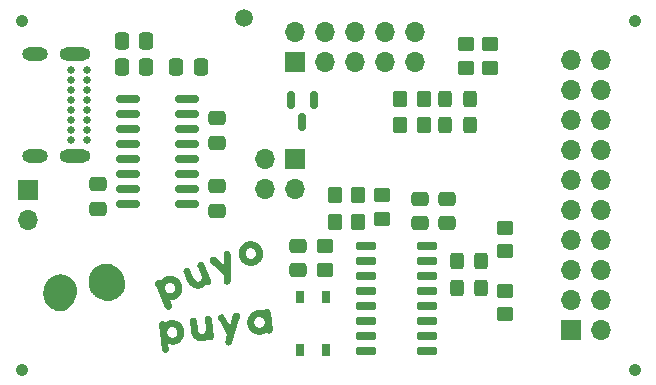
<source format=gbr>
%TF.GenerationSoftware,KiCad,Pcbnew,7.0.6*%
%TF.CreationDate,2023-07-24T13:39:50-06:00*%
%TF.ProjectId,PuyoPuya,5075796f-5075-4796-912e-6b696361645f,rev?*%
%TF.SameCoordinates,Original*%
%TF.FileFunction,Soldermask,Top*%
%TF.FilePolarity,Negative*%
%FSLAX46Y46*%
G04 Gerber Fmt 4.6, Leading zero omitted, Abs format (unit mm)*
G04 Created by KiCad (PCBNEW 7.0.6) date 2023-07-24 13:39:50*
%MOMM*%
%LPD*%
G01*
G04 APERTURE LIST*
G04 Aperture macros list*
%AMRoundRect*
0 Rectangle with rounded corners*
0 $1 Rounding radius*
0 $2 $3 $4 $5 $6 $7 $8 $9 X,Y pos of 4 corners*
0 Add a 4 corners polygon primitive as box body*
4,1,4,$2,$3,$4,$5,$6,$7,$8,$9,$2,$3,0*
0 Add four circle primitives for the rounded corners*
1,1,$1+$1,$2,$3*
1,1,$1+$1,$4,$5*
1,1,$1+$1,$6,$7*
1,1,$1+$1,$8,$9*
0 Add four rect primitives between the rounded corners*
20,1,$1+$1,$2,$3,$4,$5,0*
20,1,$1+$1,$4,$5,$6,$7,0*
20,1,$1+$1,$6,$7,$8,$9,0*
20,1,$1+$1,$8,$9,$2,$3,0*%
G04 Aperture macros list end*
%ADD10C,0.000000*%
%ADD11O,1.700000X1.700000*%
%ADD12R,1.700000X1.700000*%
%ADD13C,0.660400*%
%ADD14O,2.616200X1.117600*%
%ADD15O,2.200000X1.120000*%
%ADD16RoundRect,0.250000X0.450000X-0.350000X0.450000X0.350000X-0.450000X0.350000X-0.450000X-0.350000X0*%
%ADD17RoundRect,0.150000X-0.150000X0.587500X-0.150000X-0.587500X0.150000X-0.587500X0.150000X0.587500X0*%
%ADD18RoundRect,0.250000X0.475000X-0.337500X0.475000X0.337500X-0.475000X0.337500X-0.475000X-0.337500X0*%
%ADD19RoundRect,0.250000X-0.450000X0.350000X-0.450000X-0.350000X0.450000X-0.350000X0.450000X0.350000X0*%
%ADD20RoundRect,0.250000X-0.350000X-0.450000X0.350000X-0.450000X0.350000X0.450000X-0.350000X0.450000X0*%
%ADD21RoundRect,0.150000X-0.725000X-0.150000X0.725000X-0.150000X0.725000X0.150000X-0.725000X0.150000X0*%
%ADD22C,1.050000*%
%ADD23R,0.711200X0.990600*%
%ADD24RoundRect,0.250000X-0.337500X-0.475000X0.337500X-0.475000X0.337500X0.475000X-0.337500X0.475000X0*%
%ADD25RoundRect,0.250000X-0.475000X0.337500X-0.475000X-0.337500X0.475000X-0.337500X0.475000X0.337500X0*%
%ADD26RoundRect,0.250000X0.325000X0.450000X-0.325000X0.450000X-0.325000X-0.450000X0.325000X-0.450000X0*%
%ADD27C,1.500000*%
%ADD28RoundRect,0.250000X-0.325000X-0.450000X0.325000X-0.450000X0.325000X0.450000X-0.325000X0.450000X0*%
%ADD29RoundRect,0.150000X-0.850000X-0.150000X0.850000X-0.150000X0.850000X0.150000X-0.850000X0.150000X0*%
G04 APERTURE END LIST*
D10*
G36*
X117500982Y-69299879D02*
G01*
X117623116Y-69322303D01*
X117752768Y-69357818D01*
X117887360Y-69407043D01*
X118024313Y-69470596D01*
X118092870Y-69507938D01*
X118161050Y-69549094D01*
X118228531Y-69594141D01*
X118294991Y-69643157D01*
X118360107Y-69696218D01*
X118423558Y-69753401D01*
X118485020Y-69814785D01*
X118544172Y-69880447D01*
X118600692Y-69950463D01*
X118654256Y-70024911D01*
X118704543Y-70103868D01*
X118751230Y-70187411D01*
X118793995Y-70275619D01*
X118832516Y-70368567D01*
X118866470Y-70466334D01*
X118895535Y-70568996D01*
X118919389Y-70676631D01*
X118937710Y-70789316D01*
X118950174Y-70907128D01*
X118956460Y-71030145D01*
X118955949Y-71094357D01*
X118951339Y-71158712D01*
X118942748Y-71223069D01*
X118930289Y-71287285D01*
X118914078Y-71351220D01*
X118894231Y-71414732D01*
X118870864Y-71477678D01*
X118844091Y-71539918D01*
X118814028Y-71601310D01*
X118780790Y-71661712D01*
X118744494Y-71720982D01*
X118705254Y-71778979D01*
X118663186Y-71835561D01*
X118618406Y-71890587D01*
X118571028Y-71943915D01*
X118521168Y-71995403D01*
X118468942Y-72044909D01*
X118414465Y-72092293D01*
X118357852Y-72137412D01*
X118299220Y-72180124D01*
X118238682Y-72220288D01*
X118176356Y-72257763D01*
X118112356Y-72292407D01*
X118046798Y-72324077D01*
X117979797Y-72352633D01*
X117911468Y-72377933D01*
X117841927Y-72399835D01*
X117771290Y-72418197D01*
X117699672Y-72432878D01*
X117627188Y-72443737D01*
X117553955Y-72450631D01*
X117480086Y-72453419D01*
X117383332Y-72449169D01*
X117276305Y-72434602D01*
X117161089Y-72409507D01*
X117039768Y-72373677D01*
X116914426Y-72326902D01*
X116787147Y-72268972D01*
X116660016Y-72199678D01*
X116535116Y-72118811D01*
X116474155Y-72073973D01*
X116414533Y-72026162D01*
X116356511Y-71975354D01*
X116300349Y-71921522D01*
X116246308Y-71864640D01*
X116194649Y-71804681D01*
X116145632Y-71741620D01*
X116099518Y-71675431D01*
X116056567Y-71606086D01*
X116017039Y-71533561D01*
X115981196Y-71457829D01*
X115949297Y-71378863D01*
X115921604Y-71296638D01*
X115898376Y-71211128D01*
X115879875Y-71122305D01*
X115866360Y-71030145D01*
X115858602Y-70948529D01*
X115854416Y-70867568D01*
X115853781Y-70787373D01*
X115856677Y-70708054D01*
X115863085Y-70629723D01*
X115872983Y-70552489D01*
X115886352Y-70476464D01*
X115903171Y-70401757D01*
X115923421Y-70328480D01*
X115947081Y-70256743D01*
X115974131Y-70186656D01*
X116004551Y-70118329D01*
X116038321Y-70051875D01*
X116075421Y-69987402D01*
X116115830Y-69925022D01*
X116159528Y-69864845D01*
X116206495Y-69806982D01*
X116256711Y-69751542D01*
X116310156Y-69698638D01*
X116366810Y-69648379D01*
X116426652Y-69600875D01*
X116489662Y-69556238D01*
X116555820Y-69514578D01*
X116625107Y-69476005D01*
X116697501Y-69440630D01*
X116772983Y-69408563D01*
X116851532Y-69379916D01*
X116933129Y-69354798D01*
X117017753Y-69333320D01*
X117105384Y-69315593D01*
X117196001Y-69301727D01*
X117289586Y-69291833D01*
X117388946Y-69289928D01*
X117500982Y-69299879D01*
G37*
G36*
X127594267Y-68186911D02*
G01*
X127612188Y-68188914D01*
X127630208Y-68192166D01*
X127648327Y-68196667D01*
X127666543Y-68202416D01*
X127684857Y-68209413D01*
X127703268Y-68217660D01*
X127721777Y-68227155D01*
X127740383Y-68237899D01*
X127759087Y-68249892D01*
X127767248Y-68257278D01*
X127775102Y-68264700D01*
X127782651Y-68272159D01*
X127789893Y-68279654D01*
X127796829Y-68287186D01*
X127803458Y-68294755D01*
X127809781Y-68302360D01*
X127815797Y-68310001D01*
X127821505Y-68317679D01*
X127826907Y-68325392D01*
X127832002Y-68333142D01*
X127836789Y-68340928D01*
X127841268Y-68348750D01*
X127845440Y-68356608D01*
X127849304Y-68364502D01*
X127852861Y-68372431D01*
X127856345Y-68381432D01*
X127859547Y-68391501D01*
X127862466Y-68402640D01*
X127865103Y-68414848D01*
X127867458Y-68428125D01*
X127869530Y-68442472D01*
X127871320Y-68457888D01*
X127872827Y-68474373D01*
X127874052Y-68491928D01*
X127874995Y-68510552D01*
X127875655Y-68530245D01*
X127876033Y-68551007D01*
X127876128Y-68572839D01*
X127875942Y-68595741D01*
X127874721Y-68644751D01*
X127877911Y-70802211D01*
X127875079Y-70823419D01*
X127871156Y-70843803D01*
X127866141Y-70863366D01*
X127860034Y-70882105D01*
X127852835Y-70900022D01*
X127844545Y-70917116D01*
X127835164Y-70933388D01*
X127824690Y-70948837D01*
X127813125Y-70963463D01*
X127800469Y-70977267D01*
X127786720Y-70990248D01*
X127771880Y-71002406D01*
X127755949Y-71013742D01*
X127738925Y-71024255D01*
X127720810Y-71033945D01*
X127701604Y-71042813D01*
X127683884Y-71049806D01*
X127666124Y-71055642D01*
X127648322Y-71060320D01*
X127630479Y-71063841D01*
X127612595Y-71066203D01*
X127594671Y-71067407D01*
X127576705Y-71067452D01*
X127558699Y-71066339D01*
X127540651Y-71064068D01*
X127522564Y-71060638D01*
X127504435Y-71056049D01*
X127486266Y-71050300D01*
X127468057Y-71043393D01*
X127449807Y-71035326D01*
X127431517Y-71026100D01*
X127413187Y-71015714D01*
X127403559Y-71008332D01*
X127394305Y-71000846D01*
X127385423Y-70993258D01*
X127376914Y-70985567D01*
X127368778Y-70977773D01*
X127361014Y-70969876D01*
X127353624Y-70961875D01*
X127346606Y-70953772D01*
X127339961Y-70945565D01*
X127333689Y-70937255D01*
X127327790Y-70928842D01*
X127322264Y-70920325D01*
X127317110Y-70911705D01*
X127312329Y-70902981D01*
X127307921Y-70894153D01*
X127303886Y-70885222D01*
X127299998Y-70874963D01*
X127296459Y-70863170D01*
X127293269Y-70849843D01*
X127290429Y-70834983D01*
X127287937Y-70818588D01*
X127285795Y-70800660D01*
X127284001Y-70781197D01*
X127282557Y-70760200D01*
X127281461Y-70737669D01*
X127280714Y-70713604D01*
X127280315Y-70688004D01*
X127280266Y-70660870D01*
X127281211Y-70601998D01*
X127283551Y-70536988D01*
X127280455Y-70234760D01*
X127279549Y-70232712D01*
X126466888Y-69457466D01*
X126252068Y-69249212D01*
X126164934Y-69160530D01*
X126160288Y-69153645D01*
X126155996Y-69147064D01*
X126152058Y-69140784D01*
X126148474Y-69134807D01*
X126145245Y-69129131D01*
X126142371Y-69123756D01*
X126139854Y-69118681D01*
X126137693Y-69113905D01*
X126132455Y-69101618D01*
X126125012Y-69082635D01*
X126118936Y-69063654D01*
X126114226Y-69044675D01*
X126110882Y-69025699D01*
X126108906Y-69006726D01*
X126108296Y-68987756D01*
X126109054Y-68968789D01*
X126111178Y-68949825D01*
X126114671Y-68930865D01*
X126119530Y-68911908D01*
X126125757Y-68892954D01*
X126133352Y-68874005D01*
X126142315Y-68855059D01*
X126152646Y-68836118D01*
X126164345Y-68817180D01*
X126177413Y-68798247D01*
X126183486Y-68791237D01*
X126189598Y-68784495D01*
X126195747Y-68778021D01*
X126201935Y-68771815D01*
X126208161Y-68765877D01*
X126214425Y-68760206D01*
X126220727Y-68754804D01*
X126227068Y-68749669D01*
X126233448Y-68744803D01*
X126239866Y-68740204D01*
X126246322Y-68735873D01*
X126252818Y-68731810D01*
X126259352Y-68728015D01*
X126265925Y-68724488D01*
X126272537Y-68721228D01*
X126279187Y-68718237D01*
X126303809Y-68707711D01*
X126320528Y-68701173D01*
X126337340Y-68695826D01*
X126354246Y-68691672D01*
X126371246Y-68688711D01*
X126388340Y-68686942D01*
X126405527Y-68686366D01*
X126422808Y-68686982D01*
X126440183Y-68688792D01*
X126457652Y-68691796D01*
X126475214Y-68695992D01*
X126492871Y-68701382D01*
X126510621Y-68707966D01*
X126528464Y-68715743D01*
X126546402Y-68724715D01*
X126564433Y-68734880D01*
X126582558Y-68746240D01*
X126692250Y-68848619D01*
X126844943Y-68993307D01*
X127040632Y-69180303D01*
X127279313Y-69409609D01*
X127281408Y-69408704D01*
X127278908Y-68707973D01*
X127280337Y-68514914D01*
X127283552Y-68426724D01*
X127289397Y-68407464D01*
X127295841Y-68389028D01*
X127302885Y-68371415D01*
X127310528Y-68354627D01*
X127318771Y-68338663D01*
X127327613Y-68323524D01*
X127337054Y-68309210D01*
X127347095Y-68295720D01*
X127357735Y-68283054D01*
X127368975Y-68271214D01*
X127380814Y-68260200D01*
X127393252Y-68250010D01*
X127406290Y-68240646D01*
X127419928Y-68232107D01*
X127434164Y-68224394D01*
X127449001Y-68217507D01*
X127471575Y-68207839D01*
X127488805Y-68201105D01*
X127506135Y-68195619D01*
X127523564Y-68191381D01*
X127541091Y-68188391D01*
X127558718Y-68186650D01*
X127576443Y-68186156D01*
X127594267Y-68186911D01*
G37*
G36*
X131002086Y-73141023D02*
G01*
X131020424Y-73143403D01*
X131038456Y-73147101D01*
X131056183Y-73152115D01*
X131073605Y-73158447D01*
X131090722Y-73166096D01*
X131107533Y-73175061D01*
X131124039Y-73185342D01*
X131140240Y-73196940D01*
X131156135Y-73209853D01*
X131171725Y-73224082D01*
X131187009Y-73239627D01*
X131201988Y-73256487D01*
X131216660Y-73274663D01*
X131221311Y-73282033D01*
X131225728Y-73289500D01*
X131229911Y-73297062D01*
X131233859Y-73304722D01*
X131237572Y-73312477D01*
X131241052Y-73320330D01*
X131244297Y-73328279D01*
X131247307Y-73336325D01*
X131250083Y-73344468D01*
X131252624Y-73352709D01*
X131254932Y-73361047D01*
X131257004Y-73369482D01*
X131258843Y-73378015D01*
X131260447Y-73386646D01*
X131261816Y-73395375D01*
X131262951Y-73404202D01*
X131433640Y-74892388D01*
X131435506Y-74915672D01*
X131435712Y-74938392D01*
X131434256Y-74960547D01*
X131431138Y-74982139D01*
X131426359Y-75003167D01*
X131419919Y-75023630D01*
X131411817Y-75043528D01*
X131402053Y-75062862D01*
X131390626Y-75081631D01*
X131377538Y-75099835D01*
X131362788Y-75117474D01*
X131346374Y-75134548D01*
X131328299Y-75151056D01*
X131308560Y-75166999D01*
X131287159Y-75182377D01*
X131264095Y-75197188D01*
X131249412Y-75202033D01*
X131235653Y-75206350D01*
X131222817Y-75210141D01*
X131210904Y-75213404D01*
X131199912Y-75216141D01*
X131189842Y-75218352D01*
X131180693Y-75220035D01*
X131172464Y-75221191D01*
X131153541Y-75222881D01*
X131135028Y-75223558D01*
X131116926Y-75223221D01*
X131099233Y-75221871D01*
X131081951Y-75219509D01*
X131065078Y-75216133D01*
X131048617Y-75211745D01*
X131032566Y-75206344D01*
X131016925Y-75199931D01*
X131001696Y-75192505D01*
X130986878Y-75184068D01*
X130972471Y-75174618D01*
X130958475Y-75164157D01*
X130944890Y-75152684D01*
X130931718Y-75140199D01*
X130918957Y-75126703D01*
X130890409Y-75144126D01*
X130862450Y-75160566D01*
X130835080Y-75176025D01*
X130808300Y-75190503D01*
X130782109Y-75204002D01*
X130756508Y-75216521D01*
X130731496Y-75228061D01*
X130707073Y-75238623D01*
X130675103Y-75250718D01*
X130642591Y-75261751D01*
X130609538Y-75271720D01*
X130575944Y-75280628D01*
X130541806Y-75288473D01*
X130507126Y-75295255D01*
X130471902Y-75300974D01*
X130436134Y-75305631D01*
X130385671Y-75310254D01*
X130335759Y-75312478D01*
X130286399Y-75312303D01*
X130237590Y-75309730D01*
X130189331Y-75304759D01*
X130141623Y-75297389D01*
X130094466Y-75287621D01*
X130047859Y-75275454D01*
X130001803Y-75260890D01*
X129956296Y-75243927D01*
X129911340Y-75224566D01*
X129866933Y-75202808D01*
X129823076Y-75178651D01*
X129779769Y-75152097D01*
X129737011Y-75123144D01*
X129694802Y-75091794D01*
X129652733Y-75057103D01*
X129612980Y-75021196D01*
X129575545Y-74984076D01*
X129540428Y-74945741D01*
X129507628Y-74906192D01*
X129477147Y-74865429D01*
X129448984Y-74823452D01*
X129423138Y-74780261D01*
X129399612Y-74735856D01*
X129378403Y-74690238D01*
X129359514Y-74643405D01*
X129342943Y-74595359D01*
X129328691Y-74546100D01*
X129316758Y-74495626D01*
X129307144Y-74443940D01*
X129299849Y-74391040D01*
X129297800Y-74373324D01*
X129291977Y-74305163D01*
X129290652Y-74253032D01*
X129888420Y-74253032D01*
X129888500Y-74275106D01*
X129888900Y-74286073D01*
X129889541Y-74296995D01*
X129890422Y-74307870D01*
X129891543Y-74318698D01*
X129895206Y-74344694D01*
X129900160Y-74369997D01*
X129906404Y-74394607D01*
X129913938Y-74418525D01*
X129922762Y-74441750D01*
X129932876Y-74464282D01*
X129944280Y-74486122D01*
X129956973Y-74507270D01*
X129970957Y-74527725D01*
X129986230Y-74547489D01*
X130002793Y-74566561D01*
X130020645Y-74584942D01*
X130039787Y-74602631D01*
X130060219Y-74619628D01*
X130081939Y-74635934D01*
X130104950Y-74651550D01*
X130120911Y-74660602D01*
X130136862Y-74668953D01*
X130152803Y-74676604D01*
X130168733Y-74683553D01*
X130184654Y-74689802D01*
X130200564Y-74695349D01*
X130216463Y-74700196D01*
X130232352Y-74704341D01*
X130248230Y-74707786D01*
X130264098Y-74710530D01*
X130279955Y-74712572D01*
X130295801Y-74713914D01*
X130311636Y-74714555D01*
X130327460Y-74714495D01*
X130343273Y-74713733D01*
X130359076Y-74712271D01*
X130390129Y-74708699D01*
X130417447Y-74704637D01*
X130443948Y-74698807D01*
X130469632Y-74691211D01*
X130494498Y-74681848D01*
X130518547Y-74670717D01*
X130541779Y-74657820D01*
X130564193Y-74643156D01*
X130585790Y-74626725D01*
X130606569Y-74608527D01*
X130626531Y-74588561D01*
X130645674Y-74566829D01*
X130664000Y-74543330D01*
X130681508Y-74518064D01*
X130698198Y-74491031D01*
X130714070Y-74462231D01*
X130729124Y-74431664D01*
X130733842Y-74418177D01*
X130738154Y-74404684D01*
X130742061Y-74391183D01*
X130745563Y-74377677D01*
X130748660Y-74364163D01*
X130751352Y-74350644D01*
X130753639Y-74337118D01*
X130755520Y-74323586D01*
X130756996Y-74310047D01*
X130758067Y-74296503D01*
X130758733Y-74282953D01*
X130758994Y-74269396D01*
X130758849Y-74255834D01*
X130758299Y-74242266D01*
X130757344Y-74228693D01*
X130755984Y-74215114D01*
X130751567Y-74184567D01*
X130745443Y-74155043D01*
X130737610Y-74126542D01*
X130728069Y-74099062D01*
X130716821Y-74072604D01*
X130703864Y-74047168D01*
X130689198Y-74022754D01*
X130672825Y-73999361D01*
X130654743Y-73976989D01*
X130634953Y-73955639D01*
X130613454Y-73935309D01*
X130590247Y-73916001D01*
X130565331Y-73897713D01*
X130538706Y-73880446D01*
X130510373Y-73864199D01*
X130480330Y-73848973D01*
X130467614Y-73843900D01*
X130454841Y-73839255D01*
X130442012Y-73835038D01*
X130429128Y-73831248D01*
X130416188Y-73827887D01*
X130403192Y-73824953D01*
X130390140Y-73822446D01*
X130377032Y-73820368D01*
X130363869Y-73818718D01*
X130350649Y-73817496D01*
X130337374Y-73816703D01*
X130324043Y-73816337D01*
X130310657Y-73816400D01*
X130297214Y-73816891D01*
X130283716Y-73817811D01*
X130270162Y-73819159D01*
X130237801Y-73823954D01*
X130206690Y-73830784D01*
X130176829Y-73839647D01*
X130148220Y-73850546D01*
X130120860Y-73863479D01*
X130094752Y-73878445D01*
X130069895Y-73895446D01*
X130046289Y-73914481D01*
X130023934Y-73935549D01*
X130002830Y-73958651D01*
X129982978Y-73983787D01*
X129964378Y-74010956D01*
X129947029Y-74040158D01*
X129930933Y-74071393D01*
X129916088Y-74104661D01*
X129902496Y-74139962D01*
X129897748Y-74162931D01*
X129893967Y-74185724D01*
X129891153Y-74208340D01*
X129889305Y-74230776D01*
X129888420Y-74253032D01*
X129290652Y-74253032D01*
X129290275Y-74238197D01*
X129292696Y-74172428D01*
X129299239Y-74107853D01*
X129309904Y-74044474D01*
X129324691Y-73982291D01*
X129343600Y-73921303D01*
X129366631Y-73861510D01*
X129393785Y-73802913D01*
X129425060Y-73745511D01*
X129460458Y-73689305D01*
X129499978Y-73634294D01*
X129543620Y-73580479D01*
X129591384Y-73527859D01*
X129643271Y-73476435D01*
X129699279Y-73426206D01*
X129727361Y-73405847D01*
X129755724Y-73386561D01*
X129784368Y-73368347D01*
X129813293Y-73351207D01*
X129842499Y-73335140D01*
X129871986Y-73320146D01*
X129901754Y-73306226D01*
X129931803Y-73293380D01*
X129962132Y-73281607D01*
X129992742Y-73270908D01*
X130023633Y-73261284D01*
X130054804Y-73252733D01*
X130086256Y-73245257D01*
X130117987Y-73238856D01*
X130150000Y-73233529D01*
X130182292Y-73229277D01*
X130182293Y-73229277D01*
X130231108Y-73223657D01*
X130259471Y-73220897D01*
X130288015Y-73219098D01*
X130316740Y-73218262D01*
X130345648Y-73218388D01*
X130374736Y-73219477D01*
X130404006Y-73221527D01*
X130433457Y-73224540D01*
X130463089Y-73228515D01*
X130492902Y-73233452D01*
X130522896Y-73239351D01*
X130553070Y-73246212D01*
X130583424Y-73254036D01*
X130613959Y-73262822D01*
X130644674Y-73272569D01*
X130675569Y-73283279D01*
X130706643Y-73294952D01*
X130716454Y-73278594D01*
X130726704Y-73263168D01*
X130737394Y-73248675D01*
X130748524Y-73235114D01*
X130760095Y-73222484D01*
X130772105Y-73210787D01*
X130784555Y-73200021D01*
X130797446Y-73190188D01*
X130810777Y-73181287D01*
X130824549Y-73173318D01*
X130838761Y-73166281D01*
X130853414Y-73160176D01*
X130868507Y-73155002D01*
X130884041Y-73150761D01*
X130900016Y-73147452D01*
X130916431Y-73145075D01*
X130945246Y-73141789D01*
X130964497Y-73140216D01*
X130983444Y-73139960D01*
X131002086Y-73141023D01*
G37*
G36*
X129605326Y-67389263D02*
G01*
X129664073Y-67393143D01*
X129723163Y-67400746D01*
X129782595Y-67412074D01*
X129842370Y-67427125D01*
X129902488Y-67445899D01*
X129962948Y-67468398D01*
X130023751Y-67494620D01*
X130084896Y-67524565D01*
X130146384Y-67558235D01*
X130179077Y-67580347D01*
X130210716Y-67603499D01*
X130241303Y-67627691D01*
X130270836Y-67652924D01*
X130299317Y-67679196D01*
X130326744Y-67706507D01*
X130353118Y-67734858D01*
X130378438Y-67764248D01*
X130402704Y-67794678D01*
X130425917Y-67826147D01*
X130448076Y-67858654D01*
X130469180Y-67892201D01*
X130489230Y-67926785D01*
X130508226Y-67962409D01*
X130526167Y-67999071D01*
X130543054Y-68036771D01*
X130567220Y-68097859D01*
X130587445Y-68159003D01*
X130603729Y-68220201D01*
X130616072Y-68281454D01*
X130624473Y-68342762D01*
X130628932Y-68404125D01*
X130629451Y-68465543D01*
X130626028Y-68527016D01*
X130618664Y-68588545D01*
X130607358Y-68650129D01*
X130592111Y-68711768D01*
X130572923Y-68773463D01*
X130549793Y-68835213D01*
X130522722Y-68897019D01*
X130491710Y-68958881D01*
X130456756Y-69020798D01*
X130435626Y-69052191D01*
X130413525Y-69082556D01*
X130390455Y-69111895D01*
X130366414Y-69140207D01*
X130341403Y-69167492D01*
X130315421Y-69193751D01*
X130288469Y-69218983D01*
X130260547Y-69243189D01*
X130231654Y-69266369D01*
X130201791Y-69288522D01*
X130170956Y-69309649D01*
X130139152Y-69329750D01*
X130106376Y-69348825D01*
X130072629Y-69366874D01*
X130037912Y-69383896D01*
X130002223Y-69399893D01*
X129941138Y-69424005D01*
X129879987Y-69444066D01*
X129818770Y-69460076D01*
X129757489Y-69472035D01*
X129696141Y-69479944D01*
X129634729Y-69483801D01*
X129573252Y-69483607D01*
X129511709Y-69479362D01*
X129450102Y-69471065D01*
X129388431Y-69458717D01*
X129326695Y-69442318D01*
X129264894Y-69421867D01*
X129203029Y-69397365D01*
X129141101Y-69368811D01*
X129079108Y-69336205D01*
X129017052Y-69299547D01*
X128986626Y-69278606D01*
X128957178Y-69256716D01*
X128928709Y-69233877D01*
X128901217Y-69210089D01*
X128874703Y-69185352D01*
X128849168Y-69159666D01*
X128824610Y-69133031D01*
X128801031Y-69105446D01*
X128778430Y-69076912D01*
X128756808Y-69047429D01*
X128736164Y-69016996D01*
X128716499Y-68985613D01*
X128697813Y-68953281D01*
X128680105Y-68919999D01*
X128663376Y-68885768D01*
X128647625Y-68850587D01*
X128640576Y-68834156D01*
X128615487Y-68770523D01*
X128594689Y-68706854D01*
X128578183Y-68643150D01*
X128565969Y-68579411D01*
X128558047Y-68515635D01*
X128554416Y-68451825D01*
X128554565Y-68437487D01*
X129153164Y-68437487D01*
X129155191Y-68460856D01*
X129158092Y-68483779D01*
X129161868Y-68506255D01*
X129166517Y-68528284D01*
X129172039Y-68549867D01*
X129178433Y-68571004D01*
X129181957Y-68581405D01*
X129185699Y-68591694D01*
X129189659Y-68601872D01*
X129193837Y-68611938D01*
X129204786Y-68635791D01*
X129216773Y-68658611D01*
X129229797Y-68680399D01*
X129243861Y-68701155D01*
X129258962Y-68720879D01*
X129275101Y-68739570D01*
X129292278Y-68757229D01*
X129310494Y-68773857D01*
X129329747Y-68789452D01*
X129350039Y-68804016D01*
X129371369Y-68817548D01*
X129393736Y-68830048D01*
X129417142Y-68841516D01*
X129441586Y-68851953D01*
X129467068Y-68861358D01*
X129493588Y-68869732D01*
X129511467Y-68873836D01*
X129529137Y-68877271D01*
X129546597Y-68880037D01*
X129563847Y-68882135D01*
X129580887Y-68883565D01*
X129597718Y-68884325D01*
X129614338Y-68884417D01*
X129630749Y-68883841D01*
X129646949Y-68882596D01*
X129662940Y-68880682D01*
X129678721Y-68878100D01*
X129694292Y-68874849D01*
X129709653Y-68870929D01*
X129724804Y-68866341D01*
X129739746Y-68861084D01*
X129754477Y-68855159D01*
X129783196Y-68842871D01*
X129795862Y-68837197D01*
X129808206Y-68831158D01*
X129820228Y-68824755D01*
X129831927Y-68817986D01*
X129843305Y-68810853D01*
X129854359Y-68803356D01*
X129865092Y-68795493D01*
X129875503Y-68787265D01*
X129885591Y-68778673D01*
X129895357Y-68769716D01*
X129904801Y-68760394D01*
X129913922Y-68750708D01*
X129922722Y-68740656D01*
X129931199Y-68730240D01*
X129939354Y-68719459D01*
X129947187Y-68708313D01*
X129954697Y-68696802D01*
X129961886Y-68684926D01*
X129968752Y-68672686D01*
X129975296Y-68660080D01*
X129981519Y-68647110D01*
X129987419Y-68633775D01*
X129998252Y-68606009D01*
X130007797Y-68576784D01*
X130016054Y-68546099D01*
X130023023Y-68513955D01*
X130028703Y-68480350D01*
X130029357Y-68466081D01*
X130029622Y-68451922D01*
X130029499Y-68437873D01*
X130028987Y-68423932D01*
X130028086Y-68410101D01*
X130026796Y-68396380D01*
X130025116Y-68382767D01*
X130023047Y-68369265D01*
X130020589Y-68355871D01*
X130017741Y-68342587D01*
X130014503Y-68329413D01*
X130010875Y-68316347D01*
X130006857Y-68303391D01*
X130002449Y-68290545D01*
X129997650Y-68277808D01*
X129992461Y-68265180D01*
X129979491Y-68237187D01*
X129965176Y-68210660D01*
X129949515Y-68185600D01*
X129932508Y-68162007D01*
X129923500Y-68150760D01*
X129914156Y-68139880D01*
X129904475Y-68129367D01*
X129894458Y-68119220D01*
X129884104Y-68109440D01*
X129873415Y-68100027D01*
X129862389Y-68090980D01*
X129851026Y-68082300D01*
X129839328Y-68073987D01*
X129827293Y-68066040D01*
X129802215Y-68051247D01*
X129775792Y-68037921D01*
X129748024Y-68026061D01*
X129718912Y-68015668D01*
X129688455Y-68006742D01*
X129656654Y-67999282D01*
X129623509Y-67993289D01*
X129609881Y-67992073D01*
X129596321Y-67991282D01*
X129582828Y-67990917D01*
X129569404Y-67990976D01*
X129556048Y-67991461D01*
X129542760Y-67992372D01*
X129529540Y-67993707D01*
X129516388Y-67995468D01*
X129503305Y-67997654D01*
X129490289Y-68000265D01*
X129477342Y-68003302D01*
X129464462Y-68006764D01*
X129451651Y-68010651D01*
X129438908Y-68014964D01*
X129426232Y-68019701D01*
X129413625Y-68024864D01*
X129398583Y-68031600D01*
X129383985Y-68038732D01*
X129369833Y-68046262D01*
X129356127Y-68054190D01*
X129342866Y-68062514D01*
X129330050Y-68071236D01*
X129317680Y-68080356D01*
X129305755Y-68089873D01*
X129294275Y-68099787D01*
X129283241Y-68110098D01*
X129272652Y-68120807D01*
X129262508Y-68131913D01*
X129252810Y-68143417D01*
X129243557Y-68155318D01*
X129234750Y-68167617D01*
X129226387Y-68180312D01*
X129218471Y-68193406D01*
X129210999Y-68206896D01*
X129203973Y-68220784D01*
X129197393Y-68235069D01*
X129191257Y-68249752D01*
X129185568Y-68264832D01*
X129180323Y-68280309D01*
X129175524Y-68296184D01*
X129171170Y-68312456D01*
X129167262Y-68329126D01*
X129163799Y-68346192D01*
X129160781Y-68363657D01*
X129156082Y-68399777D01*
X129153164Y-68437487D01*
X128554565Y-68437487D01*
X128555078Y-68387979D01*
X128560031Y-68324098D01*
X128569276Y-68260182D01*
X128582813Y-68196231D01*
X128600642Y-68132244D01*
X128622762Y-68068223D01*
X128649174Y-68004167D01*
X128679879Y-67940076D01*
X128714875Y-67875950D01*
X128754163Y-67811790D01*
X128775240Y-67784243D01*
X128796893Y-67757643D01*
X128819124Y-67731991D01*
X128841932Y-67707287D01*
X128865316Y-67683531D01*
X128889278Y-67660722D01*
X128913816Y-67638862D01*
X128938930Y-67617950D01*
X128964621Y-67597987D01*
X128990888Y-67578971D01*
X129017732Y-67560904D01*
X129045152Y-67543786D01*
X129073149Y-67527616D01*
X129101721Y-67512394D01*
X129130870Y-67498121D01*
X129160595Y-67484797D01*
X129203694Y-67466366D01*
X129260042Y-67444180D01*
X129316733Y-67425718D01*
X129373766Y-67410980D01*
X129431142Y-67399965D01*
X129488861Y-67392674D01*
X129546922Y-67389106D01*
X129605326Y-67389263D01*
G37*
G36*
X122820636Y-70315270D02*
G01*
X122877858Y-70321736D01*
X122935324Y-70331741D01*
X122993034Y-70345284D01*
X123050987Y-70362365D01*
X123109185Y-70382985D01*
X123167626Y-70407143D01*
X123226312Y-70434839D01*
X123285241Y-70466074D01*
X123320316Y-70487558D01*
X123354248Y-70510270D01*
X123387035Y-70534211D01*
X123418678Y-70559381D01*
X123449178Y-70585780D01*
X123478534Y-70613407D01*
X123506746Y-70642264D01*
X123533814Y-70672350D01*
X123559739Y-70703665D01*
X123584521Y-70736209D01*
X123608159Y-70769981D01*
X123630653Y-70804983D01*
X123652005Y-70841213D01*
X123672213Y-70878673D01*
X123691278Y-70917361D01*
X123709200Y-70957279D01*
X123732831Y-71016807D01*
X123752774Y-71076358D01*
X123769028Y-71135933D01*
X123781592Y-71195532D01*
X123790468Y-71255154D01*
X123795654Y-71314799D01*
X123797152Y-71374468D01*
X123794960Y-71434160D01*
X123789079Y-71493875D01*
X123779509Y-71553614D01*
X123766251Y-71613377D01*
X123749303Y-71673163D01*
X123728666Y-71732972D01*
X123704340Y-71792805D01*
X123676325Y-71852661D01*
X123644621Y-71912541D01*
X123622946Y-71946817D01*
X123600320Y-71979887D01*
X123576743Y-72011750D01*
X123552215Y-72042408D01*
X123526735Y-72071859D01*
X123500303Y-72100105D01*
X123472919Y-72127146D01*
X123444584Y-72152982D01*
X123415296Y-72177612D01*
X123385056Y-72201038D01*
X123353864Y-72223260D01*
X123321719Y-72244277D01*
X123288621Y-72264089D01*
X123254571Y-72282698D01*
X123219567Y-72300104D01*
X123183611Y-72316306D01*
X123156326Y-72327412D01*
X123128854Y-72337462D01*
X123101194Y-72346454D01*
X123073347Y-72354389D01*
X123045312Y-72361266D01*
X123017089Y-72367086D01*
X122988680Y-72371847D01*
X122960082Y-72375551D01*
X122931298Y-72378196D01*
X122902325Y-72379783D01*
X122873165Y-72380312D01*
X122843818Y-72379782D01*
X122814283Y-72378193D01*
X122784560Y-72375546D01*
X122754650Y-72371839D01*
X122724553Y-72367074D01*
X122898528Y-72773458D01*
X122906983Y-72795232D01*
X122913684Y-72816941D01*
X122918631Y-72838585D01*
X122921825Y-72860164D01*
X122923265Y-72881679D01*
X122922951Y-72903128D01*
X122920882Y-72924512D01*
X122917060Y-72945831D01*
X122911484Y-72967084D01*
X122904153Y-72988272D01*
X122895069Y-73009395D01*
X122884229Y-73030452D01*
X122871636Y-73051443D01*
X122857288Y-73072369D01*
X122841185Y-73093230D01*
X122823328Y-73114024D01*
X122810824Y-73123371D01*
X122798959Y-73131910D01*
X122787734Y-73139641D01*
X122777149Y-73146564D01*
X122767205Y-73152679D01*
X122757902Y-73157985D01*
X122749241Y-73162483D01*
X122741222Y-73166173D01*
X122720746Y-73174201D01*
X122700360Y-73180711D01*
X122680063Y-73185702D01*
X122659855Y-73189175D01*
X122639738Y-73191130D01*
X122619709Y-73191567D01*
X122599771Y-73190485D01*
X122579922Y-73187885D01*
X122560163Y-73183765D01*
X122540494Y-73178128D01*
X122520916Y-73170971D01*
X122501427Y-73162296D01*
X122482028Y-73152102D01*
X122462719Y-73140388D01*
X122443501Y-73127156D01*
X122424373Y-73112405D01*
X122418727Y-73107459D01*
X122413218Y-73102303D01*
X122407846Y-73096936D01*
X122402612Y-73091358D01*
X122397516Y-73085570D01*
X122392557Y-73079571D01*
X122387736Y-73073361D01*
X122383053Y-73066941D01*
X122378507Y-73060311D01*
X122374100Y-73053470D01*
X122369831Y-73046419D01*
X122365699Y-73039157D01*
X122361706Y-73031686D01*
X122357851Y-73024004D01*
X122354134Y-73016113D01*
X122350556Y-73008011D01*
X121631564Y-71328372D01*
X122326074Y-71328372D01*
X122326189Y-71341691D01*
X122326622Y-71354913D01*
X122327373Y-71368038D01*
X122328442Y-71381065D01*
X122329830Y-71393995D01*
X122331536Y-71406828D01*
X122333560Y-71419563D01*
X122335904Y-71432200D01*
X122338566Y-71444740D01*
X122341546Y-71457182D01*
X122344846Y-71469526D01*
X122348464Y-71481773D01*
X122352401Y-71493921D01*
X122356657Y-71505971D01*
X122361232Y-71517924D01*
X122366126Y-71529778D01*
X122379443Y-71558513D01*
X122394139Y-71585729D01*
X122410215Y-71611426D01*
X122418770Y-71623705D01*
X122427670Y-71635604D01*
X122436915Y-71647123D01*
X122446505Y-71658263D01*
X122456440Y-71669022D01*
X122466720Y-71679402D01*
X122477345Y-71689402D01*
X122488314Y-71699022D01*
X122499629Y-71708263D01*
X122511288Y-71717123D01*
X122523292Y-71725604D01*
X122535642Y-71733705D01*
X122548336Y-71741426D01*
X122561375Y-71748768D01*
X122588488Y-71762311D01*
X122616980Y-71774336D01*
X122646853Y-71784841D01*
X122678104Y-71793827D01*
X122710736Y-71801294D01*
X122744747Y-71807241D01*
X122770853Y-71806871D01*
X122795664Y-71805615D01*
X122819182Y-71803472D01*
X122830456Y-71802069D01*
X122841407Y-71800443D01*
X122852035Y-71798595D01*
X122862339Y-71796525D01*
X122872321Y-71794232D01*
X122881980Y-71791717D01*
X122891316Y-71788979D01*
X122900329Y-71786019D01*
X122909020Y-71782835D01*
X122917387Y-71779428D01*
X122954344Y-71763617D01*
X122976187Y-71753468D01*
X122997086Y-71742130D01*
X123017040Y-71729603D01*
X123036050Y-71715888D01*
X123054115Y-71700983D01*
X123071236Y-71684890D01*
X123087411Y-71667609D01*
X123102642Y-71649138D01*
X123116928Y-71629479D01*
X123130270Y-71608631D01*
X123142666Y-71586594D01*
X123154117Y-71563369D01*
X123164623Y-71538954D01*
X123174184Y-71513351D01*
X123182799Y-71486559D01*
X123190469Y-71458579D01*
X123193289Y-71441825D01*
X123195517Y-71425191D01*
X123197151Y-71408678D01*
X123198193Y-71392286D01*
X123198642Y-71376014D01*
X123198499Y-71359864D01*
X123197763Y-71343834D01*
X123196434Y-71327926D01*
X123194512Y-71312138D01*
X123191998Y-71296472D01*
X123188891Y-71280927D01*
X123185191Y-71265503D01*
X123180899Y-71250201D01*
X123176014Y-71235020D01*
X123170536Y-71219961D01*
X123164466Y-71205023D01*
X123160085Y-71194736D01*
X123160032Y-71194611D01*
X123159989Y-71194487D01*
X123159956Y-71194362D01*
X123159933Y-71194238D01*
X123159920Y-71194115D01*
X123159917Y-71193991D01*
X123159924Y-71193868D01*
X123159941Y-71193746D01*
X123159968Y-71193623D01*
X123160005Y-71193501D01*
X123160052Y-71193380D01*
X123160109Y-71193259D01*
X123160176Y-71193138D01*
X123160253Y-71193017D01*
X123160340Y-71192897D01*
X123160436Y-71192778D01*
X123160543Y-71192658D01*
X123160659Y-71192540D01*
X123160786Y-71192421D01*
X123160922Y-71192303D01*
X123161068Y-71192186D01*
X123161224Y-71192069D01*
X123161389Y-71191952D01*
X123161565Y-71191836D01*
X123161751Y-71191721D01*
X123161946Y-71191606D01*
X123162366Y-71191377D01*
X123162825Y-71191151D01*
X123163323Y-71190926D01*
X123156560Y-71186544D01*
X123151274Y-71174210D01*
X123139542Y-71148911D01*
X123126527Y-71124824D01*
X123112230Y-71101950D01*
X123096650Y-71080288D01*
X123079788Y-71059838D01*
X123061642Y-71040601D01*
X123042214Y-71022577D01*
X123021502Y-71005766D01*
X122999507Y-70990167D01*
X122976229Y-70975781D01*
X122951668Y-70962608D01*
X122925824Y-70950648D01*
X122898696Y-70939901D01*
X122870285Y-70930367D01*
X122840590Y-70922046D01*
X122809612Y-70914939D01*
X122794748Y-70913656D01*
X122779983Y-70912825D01*
X122765316Y-70912445D01*
X122750747Y-70912518D01*
X122736276Y-70913041D01*
X122721904Y-70914017D01*
X122707630Y-70915443D01*
X122693454Y-70917320D01*
X122679376Y-70919649D01*
X122665397Y-70922428D01*
X122651515Y-70925658D01*
X122637732Y-70929338D01*
X122624048Y-70933469D01*
X122610461Y-70938050D01*
X122596973Y-70943081D01*
X122583583Y-70948562D01*
X122569417Y-70954893D01*
X122555645Y-70961582D01*
X122542268Y-70968627D01*
X122529286Y-70976030D01*
X122516699Y-70983790D01*
X122504506Y-70991907D01*
X122492707Y-71000382D01*
X122481304Y-71009214D01*
X122470295Y-71018403D01*
X122459681Y-71027949D01*
X122449462Y-71037852D01*
X122439637Y-71048113D01*
X122430207Y-71058731D01*
X122421172Y-71069707D01*
X122412532Y-71081039D01*
X122404287Y-71092729D01*
X122396437Y-71104777D01*
X122388981Y-71117181D01*
X122381920Y-71129943D01*
X122375255Y-71143063D01*
X122368984Y-71156539D01*
X122363108Y-71170374D01*
X122357627Y-71184565D01*
X122352541Y-71199114D01*
X122347850Y-71214020D01*
X122343554Y-71229284D01*
X122336147Y-71260883D01*
X122330321Y-71293913D01*
X122326074Y-71328372D01*
X121631564Y-71328372D01*
X121520356Y-71068578D01*
X121512398Y-71048064D01*
X121506096Y-71027562D01*
X121501450Y-71007072D01*
X121498460Y-70986594D01*
X121497127Y-70966128D01*
X121497449Y-70945674D01*
X121499428Y-70925232D01*
X121503062Y-70904802D01*
X121508353Y-70884383D01*
X121515299Y-70863976D01*
X121523901Y-70843581D01*
X121534159Y-70823197D01*
X121546072Y-70802825D01*
X121559641Y-70782464D01*
X121574866Y-70762114D01*
X121591745Y-70741776D01*
X121601450Y-70733641D01*
X121611095Y-70726061D01*
X121615895Y-70722479D01*
X121620680Y-70719037D01*
X121625449Y-70715733D01*
X121630203Y-70712570D01*
X121634941Y-70709545D01*
X121639664Y-70706660D01*
X121644370Y-70703916D01*
X121649061Y-70701311D01*
X121653735Y-70698846D01*
X121658393Y-70696521D01*
X121663035Y-70694337D01*
X121667660Y-70692293D01*
X121667658Y-70692293D01*
X121696377Y-70679958D01*
X121710115Y-70674691D01*
X121724132Y-70670519D01*
X121738428Y-70667440D01*
X121753001Y-70665456D01*
X121767853Y-70664565D01*
X121782984Y-70664768D01*
X121798393Y-70666065D01*
X121814082Y-70668456D01*
X121830049Y-70671941D01*
X121846296Y-70676520D01*
X121862822Y-70682192D01*
X121879627Y-70688959D01*
X121896712Y-70696819D01*
X121914077Y-70705773D01*
X121931721Y-70715822D01*
X121949646Y-70726964D01*
X121951179Y-70727809D01*
X121952635Y-70728649D01*
X121954014Y-70729484D01*
X121955316Y-70730313D01*
X121956540Y-70731137D01*
X121957687Y-70731956D01*
X121958757Y-70732769D01*
X121959749Y-70733577D01*
X121960663Y-70734381D01*
X121961500Y-70735179D01*
X121962259Y-70735973D01*
X121962941Y-70736762D01*
X121963544Y-70737546D01*
X121964070Y-70738325D01*
X121964517Y-70739100D01*
X121964887Y-70739870D01*
X121966934Y-70739013D01*
X121986154Y-70709611D01*
X122005756Y-70681412D01*
X122025740Y-70654416D01*
X122046105Y-70628623D01*
X122066853Y-70604034D01*
X122087983Y-70580647D01*
X122109495Y-70558463D01*
X122131389Y-70537482D01*
X122153666Y-70517703D01*
X122176325Y-70499128D01*
X122199366Y-70481754D01*
X122222790Y-70465584D01*
X122246596Y-70450615D01*
X122270785Y-70436850D01*
X122295357Y-70424286D01*
X122320312Y-70412925D01*
X122371603Y-70390922D01*
X122426883Y-70369081D01*
X122482405Y-70350779D01*
X122538170Y-70336015D01*
X122594177Y-70324789D01*
X122650427Y-70317101D01*
X122706920Y-70312952D01*
X122763656Y-70312342D01*
X122820636Y-70315270D01*
G37*
G36*
X125377703Y-69139725D02*
G01*
X125398738Y-69141818D01*
X125419733Y-69145634D01*
X125440689Y-69151176D01*
X125461607Y-69158442D01*
X125482485Y-69167432D01*
X125503324Y-69178147D01*
X125524124Y-69190587D01*
X125544885Y-69204751D01*
X125565606Y-69220640D01*
X125586289Y-69238253D01*
X125594167Y-69248692D01*
X125601551Y-69259040D01*
X125608440Y-69269297D01*
X125614834Y-69279461D01*
X125620736Y-69289531D01*
X125626145Y-69299506D01*
X125631061Y-69309386D01*
X125635486Y-69319168D01*
X126225845Y-70698340D01*
X126234011Y-70719360D01*
X126240492Y-70740341D01*
X126245286Y-70761285D01*
X126248393Y-70782191D01*
X126249814Y-70803059D01*
X126249549Y-70823890D01*
X126247597Y-70844683D01*
X126243960Y-70865439D01*
X126238636Y-70886157D01*
X126231627Y-70906838D01*
X126222931Y-70927482D01*
X126212550Y-70948088D01*
X126200483Y-70968658D01*
X126186730Y-70989190D01*
X126171292Y-71009685D01*
X126154168Y-71030144D01*
X126142741Y-71039585D01*
X126131604Y-71048296D01*
X126120759Y-71056278D01*
X126110205Y-71063529D01*
X126099944Y-71070047D01*
X126094923Y-71073032D01*
X126089976Y-71075833D01*
X126085102Y-71078450D01*
X126080301Y-71080883D01*
X126075574Y-71083133D01*
X126070921Y-71085198D01*
X126054429Y-71091507D01*
X126037796Y-71096378D01*
X126021023Y-71099811D01*
X126004109Y-71101807D01*
X125987053Y-71102364D01*
X125969857Y-71101484D01*
X125952520Y-71099165D01*
X125935041Y-71095408D01*
X125917422Y-71090213D01*
X125899661Y-71083579D01*
X125881759Y-71075508D01*
X125863715Y-71065997D01*
X125845530Y-71055049D01*
X125827203Y-71042661D01*
X125808734Y-71028835D01*
X125790124Y-71013571D01*
X125775603Y-71043018D01*
X125760346Y-71071281D01*
X125744354Y-71098359D01*
X125727627Y-71124254D01*
X125710165Y-71148964D01*
X125691968Y-71172490D01*
X125673036Y-71194831D01*
X125653369Y-71215989D01*
X125632968Y-71235961D01*
X125611833Y-71254750D01*
X125589963Y-71272354D01*
X125567360Y-71288774D01*
X125544022Y-71304010D01*
X125519951Y-71318062D01*
X125495146Y-71330929D01*
X125469608Y-71342611D01*
X125416596Y-71363338D01*
X125363253Y-71380279D01*
X125309579Y-71393435D01*
X125255573Y-71402806D01*
X125201237Y-71408391D01*
X125146570Y-71410191D01*
X125091572Y-71408205D01*
X125036244Y-71402434D01*
X124980585Y-71392878D01*
X124924596Y-71379535D01*
X124868277Y-71362407D01*
X124811628Y-71341493D01*
X124754649Y-71316793D01*
X124697341Y-71288307D01*
X124639703Y-71256035D01*
X124581735Y-71219977D01*
X124551407Y-71197220D01*
X124522037Y-71173597D01*
X124493626Y-71149107D01*
X124466174Y-71123752D01*
X124439680Y-71097532D01*
X124414144Y-71070446D01*
X124389566Y-71042494D01*
X124365946Y-71013677D01*
X124343283Y-70983996D01*
X124321578Y-70953449D01*
X124300831Y-70922038D01*
X124281041Y-70889762D01*
X124262208Y-70856621D01*
X124244332Y-70822616D01*
X124227413Y-70787747D01*
X124211451Y-70752014D01*
X123910079Y-70048069D01*
X123902661Y-70029075D01*
X123896658Y-70010064D01*
X123892070Y-69991035D01*
X123888898Y-69971988D01*
X123887141Y-69952923D01*
X123886800Y-69933840D01*
X123887873Y-69914740D01*
X123890363Y-69895621D01*
X123894267Y-69876485D01*
X123899587Y-69857331D01*
X123906322Y-69838159D01*
X123914473Y-69818969D01*
X123924039Y-69799761D01*
X123935020Y-69780535D01*
X123947417Y-69761292D01*
X123961229Y-69742030D01*
X123966046Y-69736152D01*
X123971031Y-69730446D01*
X123976186Y-69724914D01*
X123981509Y-69719555D01*
X123987001Y-69714369D01*
X123992661Y-69709357D01*
X123998491Y-69704518D01*
X124004490Y-69699852D01*
X124010658Y-69695361D01*
X124016995Y-69691042D01*
X124023502Y-69686898D01*
X124030177Y-69682927D01*
X124037022Y-69679130D01*
X124044037Y-69675507D01*
X124051221Y-69672058D01*
X124058574Y-69668783D01*
X124058575Y-69668783D01*
X124058575Y-69668784D01*
X124058576Y-69668784D01*
X124081150Y-69659164D01*
X124100400Y-69651669D01*
X124119661Y-69645669D01*
X124138936Y-69641163D01*
X124158223Y-69638151D01*
X124177522Y-69636633D01*
X124196835Y-69636609D01*
X124216159Y-69638079D01*
X124235497Y-69641043D01*
X124254847Y-69645500D01*
X124274211Y-69651450D01*
X124293587Y-69658894D01*
X124312976Y-69667830D01*
X124332379Y-69678260D01*
X124351794Y-69690182D01*
X124371223Y-69703597D01*
X124390665Y-69718505D01*
X124396148Y-69723748D01*
X124401454Y-69729066D01*
X124406583Y-69734459D01*
X124411535Y-69739928D01*
X124416310Y-69745471D01*
X124420908Y-69751089D01*
X124425329Y-69756783D01*
X124429574Y-69762552D01*
X124433643Y-69768396D01*
X124437535Y-69774315D01*
X124441251Y-69780311D01*
X124444792Y-69786381D01*
X124448156Y-69792528D01*
X124451345Y-69798749D01*
X124454359Y-69805047D01*
X124457197Y-69811421D01*
X124725992Y-70439451D01*
X124738193Y-70467269D01*
X124750418Y-70493766D01*
X124762666Y-70518945D01*
X124774937Y-70542804D01*
X124787233Y-70565343D01*
X124799552Y-70586564D01*
X124811895Y-70606464D01*
X124824261Y-70625046D01*
X124836652Y-70642308D01*
X124849067Y-70658251D01*
X124861506Y-70672874D01*
X124873969Y-70686179D01*
X124886457Y-70698163D01*
X124898968Y-70708829D01*
X124911504Y-70718175D01*
X124924065Y-70726201D01*
X124945721Y-70741042D01*
X124967039Y-70754473D01*
X124988020Y-70766492D01*
X125008664Y-70777100D01*
X125028971Y-70786298D01*
X125048940Y-70794085D01*
X125068571Y-70800461D01*
X125087865Y-70805425D01*
X125106822Y-70808980D01*
X125125440Y-70811123D01*
X125143721Y-70811855D01*
X125161664Y-70811176D01*
X125179268Y-70809087D01*
X125196535Y-70805586D01*
X125213464Y-70800675D01*
X125230055Y-70794353D01*
X125258773Y-70782065D01*
X125268133Y-70777815D01*
X125277228Y-70773189D01*
X125286058Y-70768187D01*
X125294624Y-70762811D01*
X125302924Y-70757059D01*
X125310960Y-70750932D01*
X125318731Y-70744430D01*
X125326237Y-70737552D01*
X125333478Y-70730299D01*
X125340454Y-70722672D01*
X125347165Y-70714669D01*
X125353611Y-70706291D01*
X125359792Y-70697537D01*
X125365709Y-70688409D01*
X125371360Y-70678906D01*
X125376747Y-70669027D01*
X125381868Y-70658774D01*
X125386725Y-70648145D01*
X125391316Y-70637142D01*
X125395643Y-70625763D01*
X125399704Y-70614010D01*
X125403501Y-70601881D01*
X125407032Y-70589378D01*
X125410299Y-70576499D01*
X125413300Y-70563246D01*
X125416037Y-70549618D01*
X125418508Y-70535615D01*
X125420714Y-70521237D01*
X125424332Y-70491357D01*
X125426889Y-70459977D01*
X125426969Y-70447121D01*
X125426478Y-70433771D01*
X125425415Y-70419926D01*
X125423781Y-70405587D01*
X125421574Y-70390753D01*
X125418796Y-70375424D01*
X125415446Y-70359601D01*
X125411524Y-70343284D01*
X125407030Y-70326472D01*
X125401964Y-70309166D01*
X125396326Y-70291365D01*
X125390115Y-70273070D01*
X125383332Y-70254280D01*
X125375977Y-70234996D01*
X125368049Y-70215217D01*
X125359548Y-70194944D01*
X125082846Y-69548482D01*
X125075088Y-69528449D01*
X125068943Y-69508370D01*
X125064408Y-69488247D01*
X125061486Y-69468079D01*
X125060176Y-69447866D01*
X125060477Y-69427608D01*
X125062390Y-69407304D01*
X125065915Y-69386956D01*
X125071052Y-69366563D01*
X125077801Y-69346124D01*
X125086161Y-69325640D01*
X125096133Y-69305110D01*
X125107717Y-69284535D01*
X125120913Y-69263915D01*
X125135720Y-69243249D01*
X125152140Y-69222537D01*
X125163364Y-69213755D01*
X125174462Y-69205554D01*
X125185433Y-69197936D01*
X125196276Y-69190902D01*
X125206989Y-69184453D01*
X125217572Y-69178589D01*
X125228023Y-69173313D01*
X125233199Y-69170896D01*
X125238341Y-69168625D01*
X125250676Y-69163387D01*
X125271945Y-69155132D01*
X125293175Y-69148601D01*
X125314366Y-69143795D01*
X125335517Y-69140714D01*
X125356630Y-69139357D01*
X125377703Y-69139725D01*
G37*
G36*
X128411508Y-73437696D02*
G01*
X128429159Y-73439848D01*
X128446548Y-73443224D01*
X128463673Y-73447824D01*
X128480534Y-73453649D01*
X128497132Y-73460699D01*
X128513467Y-73468973D01*
X128529538Y-73478471D01*
X128545346Y-73489194D01*
X128560891Y-73501141D01*
X128576172Y-73514313D01*
X128591189Y-73528710D01*
X128605944Y-73544330D01*
X128620434Y-73561176D01*
X128626140Y-73570588D01*
X128631543Y-73579948D01*
X128636641Y-73589256D01*
X128641436Y-73598510D01*
X128645926Y-73607712D01*
X128650112Y-73616861D01*
X128653993Y-73625957D01*
X128657570Y-73635001D01*
X128660842Y-73643991D01*
X128663810Y-73652928D01*
X128666472Y-73661812D01*
X128668829Y-73670643D01*
X128670881Y-73679420D01*
X128672627Y-73688144D01*
X128674068Y-73696815D01*
X128675203Y-73705432D01*
X128675960Y-73715057D01*
X128676142Y-73725625D01*
X128675749Y-73737136D01*
X128674781Y-73749590D01*
X128673237Y-73762988D01*
X128671117Y-73777330D01*
X128668420Y-73792615D01*
X128665148Y-73808844D01*
X128661299Y-73826017D01*
X128656873Y-73844133D01*
X128651870Y-73863193D01*
X128646291Y-73883198D01*
X128640133Y-73904146D01*
X128633399Y-73926039D01*
X128618196Y-73972656D01*
X128003737Y-76040724D01*
X127994956Y-76060238D01*
X127985365Y-76078651D01*
X127974963Y-76095962D01*
X127963750Y-76112171D01*
X127951727Y-76127279D01*
X127945411Y-76134420D01*
X127938892Y-76141286D01*
X127932171Y-76147876D01*
X127925248Y-76154191D01*
X127918121Y-76160231D01*
X127910792Y-76165996D01*
X127903260Y-76171485D01*
X127895525Y-76176699D01*
X127887588Y-76181637D01*
X127879447Y-76186301D01*
X127871104Y-76190689D01*
X127862559Y-76194802D01*
X127844859Y-76202202D01*
X127826347Y-76208501D01*
X127807025Y-76213699D01*
X127786891Y-76217797D01*
X127765945Y-76220794D01*
X127746964Y-76222429D01*
X127728275Y-76222942D01*
X127709879Y-76222332D01*
X127691775Y-76220599D01*
X127673964Y-76217743D01*
X127656445Y-76213765D01*
X127639219Y-76208664D01*
X127622284Y-76202441D01*
X127605643Y-76195095D01*
X127589294Y-76186627D01*
X127573237Y-76177037D01*
X127557473Y-76166325D01*
X127542001Y-76154491D01*
X127526822Y-76141535D01*
X127511935Y-76127457D01*
X127497340Y-76112257D01*
X127490230Y-76102429D01*
X127483506Y-76092609D01*
X127477169Y-76082797D01*
X127471220Y-76072993D01*
X127465658Y-76063197D01*
X127460483Y-76053408D01*
X127455694Y-76043627D01*
X127451293Y-76033854D01*
X127447278Y-76024089D01*
X127443650Y-76014332D01*
X127440409Y-76004582D01*
X127437554Y-75994840D01*
X127435085Y-75985106D01*
X127433003Y-75975380D01*
X127431308Y-75965662D01*
X127429998Y-75955951D01*
X127429206Y-75945014D01*
X127429188Y-75932706D01*
X127429943Y-75919025D01*
X127431471Y-75903974D01*
X127433774Y-75887552D01*
X127436849Y-75869759D01*
X127440699Y-75850595D01*
X127445321Y-75830061D01*
X127450718Y-75808157D01*
X127456888Y-75784882D01*
X127463831Y-75760238D01*
X127471548Y-75734225D01*
X127489303Y-75678090D01*
X127510152Y-75616480D01*
X127593685Y-75326015D01*
X127593447Y-75323778D01*
X127036663Y-74348364D01*
X126890449Y-74087335D01*
X126832353Y-73977418D01*
X126829857Y-73969489D01*
X126827620Y-73961952D01*
X126825640Y-73954808D01*
X126823918Y-73948057D01*
X126822452Y-73941700D01*
X126821243Y-73935734D01*
X126820289Y-73930162D01*
X126819590Y-73924983D01*
X126818064Y-73911649D01*
X126816370Y-73891334D01*
X126815984Y-73871414D01*
X126816906Y-73851887D01*
X126819137Y-73832754D01*
X126822676Y-73814015D01*
X126827524Y-73795670D01*
X126833680Y-73777718D01*
X126841145Y-73760160D01*
X126849918Y-73742995D01*
X126860001Y-73726223D01*
X126871392Y-73709845D01*
X126884093Y-73693860D01*
X126898102Y-73678268D01*
X126913421Y-73663070D01*
X126930049Y-73648264D01*
X126947986Y-73633852D01*
X126955806Y-73628877D01*
X126963588Y-73624170D01*
X126971330Y-73619729D01*
X126979033Y-73615556D01*
X126986697Y-73611650D01*
X126994321Y-73608012D01*
X127001906Y-73604641D01*
X127009451Y-73601538D01*
X127016957Y-73598703D01*
X127024423Y-73596136D01*
X127031849Y-73593837D01*
X127039236Y-73591806D01*
X127046582Y-73590044D01*
X127053889Y-73588550D01*
X127061155Y-73587325D01*
X127068382Y-73586369D01*
X127095005Y-73583273D01*
X127112899Y-73581795D01*
X127130540Y-73581487D01*
X127147930Y-73582349D01*
X127165067Y-73584381D01*
X127181953Y-73587582D01*
X127198587Y-73591953D01*
X127214968Y-73597494D01*
X127231098Y-73604204D01*
X127246977Y-73612085D01*
X127262603Y-73621135D01*
X127277979Y-73631355D01*
X127293102Y-73642745D01*
X127307975Y-73655305D01*
X127322595Y-73669034D01*
X127336965Y-73683933D01*
X127351084Y-73700002D01*
X127426861Y-73829502D01*
X127531744Y-74011839D01*
X127828810Y-74535059D01*
X127831049Y-74534773D01*
X128029211Y-73862654D01*
X128085847Y-73678086D01*
X128114180Y-73594513D01*
X128125297Y-73577725D01*
X128136750Y-73561899D01*
X128148541Y-73547037D01*
X128160670Y-73533138D01*
X128173136Y-73520201D01*
X128185940Y-73508227D01*
X128199081Y-73497215D01*
X128212561Y-73487166D01*
X128226380Y-73478079D01*
X128240536Y-73469954D01*
X128255031Y-73462791D01*
X128269865Y-73456589D01*
X128285037Y-73451350D01*
X128300548Y-73447071D01*
X128316399Y-73443754D01*
X128332588Y-73441399D01*
X128356973Y-73438589D01*
X128375414Y-73437067D01*
X128393593Y-73436769D01*
X128411508Y-73437696D01*
G37*
G36*
X113588800Y-70205600D02*
G01*
X113714662Y-70222911D01*
X113845011Y-70251817D01*
X113977421Y-70293307D01*
X114043642Y-70319081D01*
X114109469Y-70348372D01*
X114174600Y-70381305D01*
X114238731Y-70418003D01*
X114301559Y-70458590D01*
X114362782Y-70503190D01*
X114422096Y-70551927D01*
X114479199Y-70604924D01*
X114533786Y-70662305D01*
X114585557Y-70724195D01*
X114634206Y-70790716D01*
X114679432Y-70861992D01*
X114720931Y-70938149D01*
X114758400Y-71019308D01*
X114791536Y-71105595D01*
X114820037Y-71197132D01*
X114843598Y-71294044D01*
X114861918Y-71396455D01*
X114874693Y-71504487D01*
X114881621Y-71618266D01*
X114881495Y-71670669D01*
X114877780Y-71726279D01*
X114859907Y-71845865D01*
X114828651Y-71974510D01*
X114784663Y-72109700D01*
X114728593Y-72248920D01*
X114661092Y-72389657D01*
X114582811Y-72529396D01*
X114494400Y-72665623D01*
X114396509Y-72795824D01*
X114289789Y-72917484D01*
X114233322Y-72974325D01*
X114174891Y-73028089D01*
X114114579Y-73078460D01*
X114052466Y-73125124D01*
X113988633Y-73167768D01*
X113923163Y-73206076D01*
X113856136Y-73239735D01*
X113787633Y-73268431D01*
X113717737Y-73291848D01*
X113646527Y-73309673D01*
X113574087Y-73321592D01*
X113500496Y-73327289D01*
X113428539Y-73324757D01*
X113342527Y-73312652D01*
X113244902Y-73290641D01*
X113138103Y-73258392D01*
X113024573Y-73215571D01*
X112906752Y-73161846D01*
X112787083Y-73096884D01*
X112668005Y-73020352D01*
X112609451Y-72977644D01*
X112551961Y-72931918D01*
X112495839Y-72883133D01*
X112441391Y-72831248D01*
X112388922Y-72776220D01*
X112338737Y-72718009D01*
X112291141Y-72656573D01*
X112246440Y-72591869D01*
X112204938Y-72523857D01*
X112166941Y-72452495D01*
X112132753Y-72377742D01*
X112102681Y-72299555D01*
X112077029Y-72217893D01*
X112056102Y-72132714D01*
X112040206Y-72043978D01*
X112029645Y-71951641D01*
X112022769Y-71805556D01*
X112026417Y-71659866D01*
X112040733Y-71515558D01*
X112065857Y-71373617D01*
X112101934Y-71235026D01*
X112149105Y-71100770D01*
X112176896Y-71035576D01*
X112207513Y-70971836D01*
X112240976Y-70909671D01*
X112277301Y-70849206D01*
X112316507Y-70790563D01*
X112358611Y-70733866D01*
X112403631Y-70679238D01*
X112451586Y-70626801D01*
X112502492Y-70576680D01*
X112556367Y-70528996D01*
X112613230Y-70483873D01*
X112673098Y-70441435D01*
X112735990Y-70401804D01*
X112801922Y-70365103D01*
X112870913Y-70331455D01*
X112942980Y-70300984D01*
X113018142Y-70273813D01*
X113096416Y-70250065D01*
X113177819Y-70229862D01*
X113262371Y-70213329D01*
X113360230Y-70201799D01*
X113469848Y-70198893D01*
X113588800Y-70205600D01*
G37*
G36*
X126022169Y-73717940D02*
G01*
X126043318Y-73721042D01*
X126063935Y-73725787D01*
X126084021Y-73732172D01*
X126103575Y-73740198D01*
X126122597Y-73749866D01*
X126141089Y-73761174D01*
X126159049Y-73774123D01*
X126176477Y-73788713D01*
X126193376Y-73804943D01*
X126209743Y-73822813D01*
X126225579Y-73842323D01*
X126240886Y-73863474D01*
X126255661Y-73886264D01*
X126260224Y-73898524D01*
X126264340Y-73910553D01*
X126268009Y-73922351D01*
X126271229Y-73933918D01*
X126274000Y-73945256D01*
X126276322Y-73956364D01*
X126278194Y-73967243D01*
X126279616Y-73977894D01*
X126450542Y-75468319D01*
X126452348Y-75490794D01*
X126452549Y-75512751D01*
X126451146Y-75534188D01*
X126448139Y-75555108D01*
X126443528Y-75575508D01*
X126437312Y-75595391D01*
X126429492Y-75614755D01*
X126420068Y-75633601D01*
X126409039Y-75651929D01*
X126396405Y-75669740D01*
X126382167Y-75687032D01*
X126366324Y-75703808D01*
X126348876Y-75720066D01*
X126329823Y-75735806D01*
X126309165Y-75751030D01*
X126286902Y-75765736D01*
X126273238Y-75771516D01*
X126260067Y-75776676D01*
X126247390Y-75781216D01*
X126235206Y-75785138D01*
X126223512Y-75788441D01*
X126212308Y-75791126D01*
X126201593Y-75793194D01*
X126191365Y-75794645D01*
X126173760Y-75795971D01*
X126165061Y-75796103D01*
X126156430Y-75795879D01*
X126147869Y-75795301D01*
X126139377Y-75794368D01*
X126130953Y-75793081D01*
X126122599Y-75791439D01*
X126114313Y-75789442D01*
X126106097Y-75787090D01*
X126097949Y-75784384D01*
X126089871Y-75781324D01*
X126073921Y-75774138D01*
X126058248Y-75765534D01*
X126042851Y-75755511D01*
X126027730Y-75744069D01*
X126012885Y-75731209D01*
X125998317Y-75716929D01*
X125984025Y-75701232D01*
X125970011Y-75684115D01*
X125956272Y-75665580D01*
X125942811Y-75645626D01*
X125920465Y-75669688D01*
X125897754Y-75692404D01*
X125874678Y-75713775D01*
X125851238Y-75733799D01*
X125827433Y-75752478D01*
X125803263Y-75769812D01*
X125778729Y-75785800D01*
X125753830Y-75800443D01*
X125728566Y-75813741D01*
X125702938Y-75825694D01*
X125676946Y-75836302D01*
X125650590Y-75845566D01*
X125623869Y-75853486D01*
X125596784Y-75860060D01*
X125569336Y-75865291D01*
X125541523Y-75869178D01*
X125484793Y-75873863D01*
X125428830Y-75874826D01*
X125373636Y-75872068D01*
X125319208Y-75865588D01*
X125265548Y-75855387D01*
X125212656Y-75841465D01*
X125160530Y-75823821D01*
X125109172Y-75802455D01*
X125058580Y-75777368D01*
X125008755Y-75748560D01*
X124959696Y-75716030D01*
X124911404Y-75679779D01*
X124863879Y-75639807D01*
X124817119Y-75596112D01*
X124771125Y-75548697D01*
X124725898Y-75497560D01*
X124703353Y-75467073D01*
X124681975Y-75436030D01*
X124661762Y-75404432D01*
X124642716Y-75372278D01*
X124624836Y-75339569D01*
X124608121Y-75306305D01*
X124592572Y-75272485D01*
X124578188Y-75238111D01*
X124564970Y-75203182D01*
X124552917Y-75167698D01*
X124542029Y-75131660D01*
X124532306Y-75095068D01*
X124523748Y-75057921D01*
X124516354Y-75020221D01*
X124510125Y-74981966D01*
X124505060Y-74943158D01*
X124417811Y-74182396D01*
X124416134Y-74162078D01*
X124415820Y-74142147D01*
X124416867Y-74122605D01*
X124419276Y-74103449D01*
X124423046Y-74084681D01*
X124428178Y-74066301D01*
X124434672Y-74048309D01*
X124442528Y-74030704D01*
X124451746Y-74013488D01*
X124462325Y-73996659D01*
X124474267Y-73980218D01*
X124487570Y-73964165D01*
X124502235Y-73948501D01*
X124518261Y-73933225D01*
X124535650Y-73918337D01*
X124554400Y-73903837D01*
X124560698Y-73899578D01*
X124567107Y-73895535D01*
X124573629Y-73891707D01*
X124580262Y-73888094D01*
X124587008Y-73884697D01*
X124593866Y-73881515D01*
X124600836Y-73878549D01*
X124607919Y-73875798D01*
X124615115Y-73873262D01*
X124622423Y-73870942D01*
X124629845Y-73868838D01*
X124637379Y-73866949D01*
X124645027Y-73865275D01*
X124652788Y-73863816D01*
X124660663Y-73862574D01*
X124668652Y-73861546D01*
X124668653Y-73861546D01*
X124693038Y-73858736D01*
X124713619Y-73857069D01*
X124733786Y-73856836D01*
X124753539Y-73858038D01*
X124772877Y-73860674D01*
X124791801Y-73864744D01*
X124810311Y-73870249D01*
X124828406Y-73877188D01*
X124846086Y-73885561D01*
X124863352Y-73895369D01*
X124880203Y-73906611D01*
X124896639Y-73919287D01*
X124912660Y-73933397D01*
X124928267Y-73948942D01*
X124943458Y-73965922D01*
X124958235Y-73984335D01*
X124972596Y-74004183D01*
X124976349Y-74010775D01*
X124979911Y-74017390D01*
X124983283Y-74024026D01*
X124986464Y-74030685D01*
X124989454Y-74037366D01*
X124992252Y-74044069D01*
X124994861Y-74050794D01*
X124997278Y-74057541D01*
X124999504Y-74064309D01*
X125001539Y-74071099D01*
X125003384Y-74077911D01*
X125005038Y-74084744D01*
X125006500Y-74091599D01*
X125007772Y-74098475D01*
X125008853Y-74105373D01*
X125009743Y-74112292D01*
X125087562Y-74790948D01*
X125091290Y-74821099D01*
X125095418Y-74849992D01*
X125099947Y-74877625D01*
X125104876Y-74904000D01*
X125110206Y-74929117D01*
X125115936Y-74952976D01*
X125122066Y-74975577D01*
X125128597Y-74996920D01*
X125135528Y-75017006D01*
X125142859Y-75035835D01*
X125150590Y-75053407D01*
X125158721Y-75069722D01*
X125167251Y-75084780D01*
X125176182Y-75098582D01*
X125185512Y-75111128D01*
X125195242Y-75122418D01*
X125211748Y-75142839D01*
X125228333Y-75161811D01*
X125244998Y-75179335D01*
X125261742Y-75195409D01*
X125278566Y-75210035D01*
X125295469Y-75223212D01*
X125312452Y-75234940D01*
X125329515Y-75245219D01*
X125346657Y-75254050D01*
X125363879Y-75261431D01*
X125381182Y-75267364D01*
X125398564Y-75271848D01*
X125407285Y-75273546D01*
X125416026Y-75274883D01*
X125424788Y-75275857D01*
X125433569Y-75276469D01*
X125442370Y-75276719D01*
X125451192Y-75276606D01*
X125460033Y-75276132D01*
X125468895Y-75275295D01*
X125499948Y-75271723D01*
X125510134Y-75270331D01*
X125520174Y-75268504D01*
X125530068Y-75266241D01*
X125539814Y-75263543D01*
X125549414Y-75260410D01*
X125558867Y-75256842D01*
X125568174Y-75252838D01*
X125577334Y-75248399D01*
X125586347Y-75243524D01*
X125595213Y-75238214D01*
X125603933Y-75232469D01*
X125612507Y-75226289D01*
X125620933Y-75219673D01*
X125629214Y-75212622D01*
X125637347Y-75205135D01*
X125645334Y-75197214D01*
X125653175Y-75188857D01*
X125660869Y-75180064D01*
X125675818Y-75161173D01*
X125690182Y-75140541D01*
X125703959Y-75118168D01*
X125717151Y-75094053D01*
X125729758Y-75068198D01*
X125741780Y-75040600D01*
X125753217Y-75011262D01*
X125756979Y-74998968D01*
X125760334Y-74986038D01*
X125763283Y-74972469D01*
X125765825Y-74958263D01*
X125767961Y-74943420D01*
X125769690Y-74927939D01*
X125771012Y-74911820D01*
X125771927Y-74895063D01*
X125772436Y-74877668D01*
X125772538Y-74859635D01*
X125772233Y-74840964D01*
X125771520Y-74821656D01*
X125770401Y-74801708D01*
X125768875Y-74781123D01*
X125766941Y-74759899D01*
X125764600Y-74738037D01*
X125684495Y-74039426D01*
X125682791Y-74018008D01*
X125682646Y-73997008D01*
X125684058Y-73976427D01*
X125687029Y-73956264D01*
X125691558Y-73936520D01*
X125697645Y-73917195D01*
X125705289Y-73898288D01*
X125714491Y-73879799D01*
X125725251Y-73861730D01*
X125737569Y-73844078D01*
X125751444Y-73826846D01*
X125766877Y-73810031D01*
X125783867Y-73793636D01*
X125802414Y-73777659D01*
X125822519Y-73762101D01*
X125844181Y-73746961D01*
X125857448Y-73741757D01*
X125870425Y-73737076D01*
X125883112Y-73732919D01*
X125895509Y-73729286D01*
X125907616Y-73726178D01*
X125919432Y-73723594D01*
X125930958Y-73721537D01*
X125942194Y-73720005D01*
X125955529Y-73718481D01*
X125978274Y-73716659D01*
X126000488Y-73716479D01*
X126022169Y-73717940D01*
G37*
G36*
X123020831Y-74065671D02*
G01*
X123077709Y-74070942D01*
X123133808Y-74079673D01*
X123189128Y-74091864D01*
X123243668Y-74107515D01*
X123297428Y-74126627D01*
X123350409Y-74149199D01*
X123402610Y-74175232D01*
X123454031Y-74204724D01*
X123504672Y-74237677D01*
X123554533Y-74274090D01*
X123603615Y-74313963D01*
X123651916Y-74357297D01*
X123699437Y-74404091D01*
X123726895Y-74434716D01*
X123752906Y-74466190D01*
X123777469Y-74498514D01*
X123800584Y-74531688D01*
X123822252Y-74565711D01*
X123842473Y-74600584D01*
X123861246Y-74636307D01*
X123878572Y-74672880D01*
X123894451Y-74710303D01*
X123908883Y-74748576D01*
X123921868Y-74787699D01*
X123933406Y-74827672D01*
X123943497Y-74868496D01*
X123952141Y-74910170D01*
X123959338Y-74952694D01*
X123965089Y-74996069D01*
X123970694Y-75059873D01*
X123972757Y-75122643D01*
X123971279Y-75184379D01*
X123966259Y-75245082D01*
X123957697Y-75304751D01*
X123945593Y-75363387D01*
X123929948Y-75420989D01*
X123910761Y-75477558D01*
X123888032Y-75533092D01*
X123861762Y-75587594D01*
X123831949Y-75641061D01*
X123798595Y-75693495D01*
X123761699Y-75744895D01*
X123721262Y-75795262D01*
X123677283Y-75844595D01*
X123629762Y-75892895D01*
X123599188Y-75919533D01*
X123568047Y-75944743D01*
X123536337Y-75968526D01*
X123504060Y-75990881D01*
X123471216Y-76011809D01*
X123437803Y-76031310D01*
X123403824Y-76049383D01*
X123369277Y-76066030D01*
X123334163Y-76081249D01*
X123298483Y-76095041D01*
X123262235Y-76107407D01*
X123225421Y-76118345D01*
X123188041Y-76127857D01*
X123150094Y-76135942D01*
X123111581Y-76142600D01*
X123072502Y-76147832D01*
X123043177Y-76150665D01*
X123013975Y-76152431D01*
X122984897Y-76153129D01*
X122955943Y-76152761D01*
X122927112Y-76151325D01*
X122898405Y-76148823D01*
X122869821Y-76145253D01*
X122841360Y-76140616D01*
X122813023Y-76134913D01*
X122784810Y-76128142D01*
X122756719Y-76120304D01*
X122728751Y-76111398D01*
X122700907Y-76101426D01*
X122673186Y-76090387D01*
X122645587Y-76078280D01*
X122618112Y-76065107D01*
X122668452Y-76504256D01*
X122670326Y-76527540D01*
X122670538Y-76550258D01*
X122669086Y-76572411D01*
X122665971Y-76594001D01*
X122661193Y-76615025D01*
X122654752Y-76635485D01*
X122646649Y-76655381D01*
X122636883Y-76674712D01*
X122625454Y-76693479D01*
X122612363Y-76711682D01*
X122597609Y-76729321D01*
X122581193Y-76746396D01*
X122563115Y-76762907D01*
X122543375Y-76778854D01*
X122521972Y-76794237D01*
X122498907Y-76809056D01*
X122484256Y-76814423D01*
X122470448Y-76819201D01*
X122457484Y-76823391D01*
X122445364Y-76826993D01*
X122434088Y-76830008D01*
X122423656Y-76832437D01*
X122414068Y-76834279D01*
X122405324Y-76835536D01*
X122383411Y-76837358D01*
X122362018Y-76837753D01*
X122341144Y-76836719D01*
X122320789Y-76834257D01*
X122300954Y-76830368D01*
X122281640Y-76825050D01*
X122262845Y-76818303D01*
X122244572Y-76810128D01*
X122226819Y-76800524D01*
X122209586Y-76789491D01*
X122192875Y-76777030D01*
X122176686Y-76763139D01*
X122161017Y-76747818D01*
X122145871Y-76731069D01*
X122131247Y-76712889D01*
X122117145Y-76693280D01*
X122113151Y-76686930D01*
X122109349Y-76680417D01*
X122105739Y-76673741D01*
X122102322Y-76666903D01*
X122099096Y-76659901D01*
X122096062Y-76652738D01*
X122093220Y-76645411D01*
X122090570Y-76637922D01*
X122088112Y-76630271D01*
X122085846Y-76622457D01*
X122083773Y-76614481D01*
X122081891Y-76606343D01*
X122080201Y-76598043D01*
X122078703Y-76589580D01*
X122077396Y-76580956D01*
X122076282Y-76572170D01*
X121908502Y-75109153D01*
X122511149Y-75109153D01*
X122511446Y-75121916D01*
X122512076Y-75134676D01*
X122513040Y-75147432D01*
X122514337Y-75160186D01*
X122514336Y-75160185D01*
X122518867Y-75191542D01*
X122525154Y-75221835D01*
X122533199Y-75251067D01*
X122543000Y-75279236D01*
X122554559Y-75306343D01*
X122567874Y-75332387D01*
X122582946Y-75357370D01*
X122599775Y-75381290D01*
X122618361Y-75404148D01*
X122638704Y-75425944D01*
X122660804Y-75446678D01*
X122684661Y-75466350D01*
X122710274Y-75484961D01*
X122737645Y-75502509D01*
X122766773Y-75518996D01*
X122797657Y-75534422D01*
X122822776Y-75541546D01*
X122846912Y-75547450D01*
X122870065Y-75552134D01*
X122881273Y-75554018D01*
X122892235Y-75555597D01*
X122902950Y-75556871D01*
X122913419Y-75557840D01*
X122923642Y-75558503D01*
X122933619Y-75558860D01*
X122943349Y-75558912D01*
X122952832Y-75558659D01*
X122962069Y-75558099D01*
X122971060Y-75557234D01*
X123010970Y-75552663D01*
X123034807Y-75549190D01*
X123058079Y-75544307D01*
X123080785Y-75538015D01*
X123102927Y-75530313D01*
X123124504Y-75521201D01*
X123145516Y-75510680D01*
X123165962Y-75498750D01*
X123185843Y-75485411D01*
X123205159Y-75470662D01*
X123223909Y-75454504D01*
X123242094Y-75436937D01*
X123259713Y-75417961D01*
X123276767Y-75397576D01*
X123293255Y-75375782D01*
X123309177Y-75352580D01*
X123324534Y-75327968D01*
X123332037Y-75312717D01*
X123338937Y-75297413D01*
X123345234Y-75282056D01*
X123350929Y-75266647D01*
X123356020Y-75251184D01*
X123360509Y-75235668D01*
X123364394Y-75220099D01*
X123367676Y-75204477D01*
X123370354Y-75188800D01*
X123372430Y-75173071D01*
X123373902Y-75157287D01*
X123374770Y-75141449D01*
X123375035Y-75125558D01*
X123374696Y-75109612D01*
X123373753Y-75093611D01*
X123372206Y-75077556D01*
X123370921Y-75066459D01*
X123370912Y-75066323D01*
X123370912Y-75066189D01*
X123370921Y-75066059D01*
X123370939Y-75065932D01*
X123370966Y-75065809D01*
X123371002Y-75065689D01*
X123371046Y-75065572D01*
X123371100Y-75065459D01*
X123371163Y-75065349D01*
X123371235Y-75065243D01*
X123371316Y-75065139D01*
X123371405Y-75065039D01*
X123371504Y-75064943D01*
X123371612Y-75064850D01*
X123371729Y-75064760D01*
X123371855Y-75064673D01*
X123371990Y-75064590D01*
X123372135Y-75064510D01*
X123372288Y-75064434D01*
X123372450Y-75064361D01*
X123372622Y-75064291D01*
X123372802Y-75064224D01*
X123372992Y-75064161D01*
X123373191Y-75064102D01*
X123373399Y-75064045D01*
X123373616Y-75063992D01*
X123373843Y-75063943D01*
X123374078Y-75063896D01*
X123374323Y-75063853D01*
X123374577Y-75063814D01*
X123375112Y-75063744D01*
X123369920Y-75057601D01*
X123368395Y-75044266D01*
X123364393Y-75016668D01*
X123358814Y-74989865D01*
X123351659Y-74963855D01*
X123342928Y-74938639D01*
X123332621Y-74914218D01*
X123320738Y-74890592D01*
X123307279Y-74867760D01*
X123292244Y-74845723D01*
X123275632Y-74824482D01*
X123257445Y-74804036D01*
X123237681Y-74784387D01*
X123216341Y-74765533D01*
X123193425Y-74747475D01*
X123168933Y-74730213D01*
X123142865Y-74713748D01*
X123115221Y-74698080D01*
X123101345Y-74692595D01*
X123087434Y-74687570D01*
X123073488Y-74683005D01*
X123059508Y-74678901D01*
X123045494Y-74675256D01*
X123031444Y-74672073D01*
X123017360Y-74669350D01*
X123003242Y-74667088D01*
X122989089Y-74665287D01*
X122974901Y-74663947D01*
X122960679Y-74663069D01*
X122946422Y-74662652D01*
X122932131Y-74662696D01*
X122917805Y-74663202D01*
X122903445Y-74664170D01*
X122889050Y-74665600D01*
X122858553Y-74670065D01*
X122829161Y-74676353D01*
X122800872Y-74684464D01*
X122773687Y-74694398D01*
X122747607Y-74706154D01*
X122722630Y-74719733D01*
X122698757Y-74735136D01*
X122675988Y-74752360D01*
X122654323Y-74771408D01*
X122633762Y-74792278D01*
X122614305Y-74814972D01*
X122595951Y-74839487D01*
X122578702Y-74865826D01*
X122562557Y-74893988D01*
X122547515Y-74923972D01*
X122533577Y-74955779D01*
X122529877Y-74968574D01*
X122526510Y-74981367D01*
X122523475Y-74994157D01*
X122520773Y-75006945D01*
X122518404Y-75019731D01*
X122516368Y-75032514D01*
X122514665Y-75045294D01*
X122513296Y-75058071D01*
X122512259Y-75070846D01*
X122511556Y-75083618D01*
X122511186Y-75096387D01*
X122511149Y-75109153D01*
X121908502Y-75109153D01*
X121835919Y-74476241D01*
X121834166Y-74454303D01*
X121833997Y-74432852D01*
X121835411Y-74411887D01*
X121838409Y-74391408D01*
X121842990Y-74371415D01*
X121849155Y-74351908D01*
X121856902Y-74332887D01*
X121866233Y-74314352D01*
X121877146Y-74296302D01*
X121889642Y-74278738D01*
X121903720Y-74261659D01*
X121919381Y-74245065D01*
X121936624Y-74228956D01*
X121955448Y-74213332D01*
X121975855Y-74198193D01*
X121997844Y-74183538D01*
X122009486Y-74178511D01*
X122020909Y-74174001D01*
X122032112Y-74170009D01*
X122043094Y-74166536D01*
X122053855Y-74163580D01*
X122064395Y-74161142D01*
X122074713Y-74159223D01*
X122084807Y-74157821D01*
X122084807Y-74157822D01*
X122115858Y-74154297D01*
X122130524Y-74153174D01*
X122145145Y-74153181D01*
X122159720Y-74154317D01*
X122174249Y-74156582D01*
X122188733Y-74159976D01*
X122203170Y-74164499D01*
X122217562Y-74170151D01*
X122231908Y-74176931D01*
X122246208Y-74184840D01*
X122260463Y-74193877D01*
X122274672Y-74204042D01*
X122288835Y-74215336D01*
X122302952Y-74227757D01*
X122317024Y-74241307D01*
X122331050Y-74255983D01*
X122345030Y-74271788D01*
X122346261Y-74273034D01*
X122347418Y-74274253D01*
X122348502Y-74275445D01*
X122349513Y-74276611D01*
X122350450Y-74277750D01*
X122351314Y-74278863D01*
X122352104Y-74279949D01*
X122352822Y-74281009D01*
X122353466Y-74282043D01*
X122354037Y-74283051D01*
X122354535Y-74284032D01*
X122354961Y-74284988D01*
X122355314Y-74285918D01*
X122355593Y-74286821D01*
X122355801Y-74287699D01*
X122355935Y-74288552D01*
X122358174Y-74288267D01*
X122385001Y-74265600D01*
X122411850Y-74244194D01*
X122438722Y-74224050D01*
X122465616Y-74205167D01*
X122492532Y-74187545D01*
X122519471Y-74171185D01*
X122546432Y-74156086D01*
X122573415Y-74142248D01*
X122600421Y-74129672D01*
X122627449Y-74118357D01*
X122654499Y-74108303D01*
X122681571Y-74099511D01*
X122708666Y-74091980D01*
X122735784Y-74085710D01*
X122762923Y-74080701D01*
X122790085Y-74076954D01*
X122845520Y-74070621D01*
X122904736Y-74065511D01*
X122963173Y-74063861D01*
X123020831Y-74065671D01*
G37*
D11*
%TO.C,J4*%
X130810000Y-62941200D03*
X130810000Y-60401200D03*
X133350000Y-62941200D03*
D12*
X133350000Y-60401200D03*
%TD*%
D13*
%TO.C,J3*%
X115687901Y-52854200D03*
X115687901Y-53704201D03*
X115687901Y-54554199D03*
X115687901Y-55404200D03*
X115687901Y-56254201D03*
X115687901Y-57104202D03*
X115687901Y-57954200D03*
X115687901Y-58804201D03*
X114337901Y-58804201D03*
X114337901Y-57954200D03*
X114337901Y-57104202D03*
X114337901Y-56254201D03*
X114337901Y-55404200D03*
X114337901Y-54554199D03*
X114337901Y-53704201D03*
X114337901Y-52854200D03*
D14*
X114707900Y-51504200D03*
D15*
X111322901Y-51504215D03*
D14*
X114707901Y-60154185D03*
D15*
X111322901Y-60154185D03*
%TD*%
D16*
%TO.C,R10*%
X147841200Y-52714400D03*
X147841200Y-50714400D03*
%TD*%
%TO.C,R9*%
X149876800Y-52714400D03*
X149876800Y-50714400D03*
%TD*%
D17*
%TO.C,D5*%
X134909600Y-55427400D03*
X133009600Y-55427400D03*
X133959600Y-57302400D03*
%TD*%
D12*
%TO.C,JP1*%
X110744000Y-63093600D03*
D11*
X110744000Y-65633600D03*
%TD*%
D18*
%TO.C,C1*%
X143948400Y-63808700D03*
X143948400Y-65883700D03*
%TD*%
D19*
%TO.C,R3*%
X135858400Y-69799200D03*
X135858400Y-67799200D03*
%TD*%
D18*
%TO.C,C4*%
X116615200Y-64643000D03*
X116615200Y-62568000D03*
%TD*%
D20*
%TO.C,R7*%
X142256000Y-57531000D03*
X144256000Y-57531000D03*
%TD*%
D19*
%TO.C,R6*%
X151098400Y-68259200D03*
X151098400Y-66259200D03*
%TD*%
D21*
%TO.C,U1*%
X144494400Y-67767200D03*
X144494400Y-69037200D03*
X144494400Y-70307200D03*
X144494400Y-71577200D03*
X144494400Y-72847200D03*
X144494400Y-74117200D03*
X144494400Y-75387200D03*
X144494400Y-76657200D03*
X139344400Y-76657200D03*
X139344400Y-75387200D03*
X139344400Y-74117200D03*
X139344400Y-72847200D03*
X139344400Y-71577200D03*
X139344400Y-70307200D03*
X139344400Y-69037200D03*
X139344400Y-67767200D03*
%TD*%
D22*
%TO.C,REF\u002A\u002A*%
X162084000Y-78264000D03*
%TD*%
%TO.C,REF\u002A\u002A*%
X110204000Y-78264000D03*
%TD*%
D23*
%TO.C,SW1*%
X133767401Y-76621201D03*
X133767401Y-72121199D03*
X135917399Y-76621201D03*
X135917399Y-72121199D03*
%TD*%
D24*
%TO.C,C5*%
X118676500Y-52679600D03*
X120751500Y-52679600D03*
%TD*%
D25*
%TO.C,C7*%
X126695200Y-62736900D03*
X126695200Y-64811900D03*
%TD*%
D20*
%TO.C,R2*%
X138684400Y-63465200D03*
X136684400Y-63465200D03*
%TD*%
D26*
%TO.C,D1*%
X147025400Y-71323200D03*
X149075400Y-71323200D03*
%TD*%
D27*
%TO.C,TP1*%
X129032000Y-48483600D03*
%TD*%
D28*
%TO.C,D3*%
X146071000Y-57515000D03*
X148121000Y-57515000D03*
%TD*%
D16*
%TO.C,R5*%
X151098400Y-71585200D03*
X151098400Y-73585200D03*
%TD*%
D24*
%TO.C,C6*%
X123270100Y-52679600D03*
X125345100Y-52679600D03*
%TD*%
D20*
%TO.C,R8*%
X142256000Y-55372000D03*
X144256000Y-55372000D03*
%TD*%
D12*
%TO.C,J1*%
X156718000Y-74930000D03*
D11*
X159258000Y-74930000D03*
X156718000Y-72390000D03*
X159258000Y-72390000D03*
X156718000Y-69850000D03*
X159258000Y-69850000D03*
X156718000Y-67310000D03*
X159258000Y-67310000D03*
X156718000Y-64770000D03*
X159258000Y-64770000D03*
X156718000Y-62230000D03*
X159258000Y-62230000D03*
X156718000Y-59690000D03*
X159258000Y-59690000D03*
X156718000Y-57150000D03*
X159258000Y-57150000D03*
X156718000Y-54610000D03*
X159258000Y-54610000D03*
X156718000Y-52070000D03*
X159258000Y-52070000D03*
%TD*%
D25*
%TO.C,C8*%
X126695200Y-56976100D03*
X126695200Y-59051100D03*
%TD*%
D20*
%TO.C,R4*%
X138684400Y-65751200D03*
X136684400Y-65751200D03*
%TD*%
D28*
%TO.C,D4*%
X146071000Y-55372000D03*
X148121000Y-55372000D03*
%TD*%
D24*
%TO.C,C9*%
X118676500Y-50414000D03*
X120751500Y-50414000D03*
%TD*%
D26*
%TO.C,D2*%
X147025400Y-69037200D03*
X149075400Y-69037200D03*
%TD*%
D18*
%TO.C,C2*%
X146234400Y-63808700D03*
X146234400Y-65883700D03*
%TD*%
D12*
%TO.C,J2*%
X133355000Y-52197000D03*
D11*
X133355000Y-49657000D03*
X135895000Y-52197000D03*
X135895000Y-49657000D03*
X138435000Y-52197000D03*
X138435000Y-49657000D03*
X140975000Y-52197000D03*
X140975000Y-49657000D03*
X143515000Y-52197000D03*
X143515000Y-49657000D03*
%TD*%
D29*
%TO.C,U2*%
X119155200Y-55311200D03*
X119155200Y-56581200D03*
X119155200Y-57851200D03*
X119155200Y-59121200D03*
X119155200Y-60391200D03*
X119155200Y-61661200D03*
X119155200Y-62931200D03*
X119155200Y-64201200D03*
X124155200Y-64201200D03*
X124155200Y-62931200D03*
X124155200Y-61661200D03*
X124155200Y-60391200D03*
X124155200Y-59121200D03*
X124155200Y-57851200D03*
X124155200Y-56581200D03*
X124155200Y-55311200D03*
%TD*%
D19*
%TO.C,R1*%
X140684400Y-65481200D03*
X140684400Y-63481200D03*
%TD*%
D18*
%TO.C,C3*%
X133588400Y-67761700D03*
X133588400Y-69836700D03*
%TD*%
D22*
%TO.C,REF\u002A\u002A*%
X162084000Y-48736000D03*
%TD*%
%TO.C,REF\u002A\u002A*%
X110204000Y-48736000D03*
%TD*%
M02*

</source>
